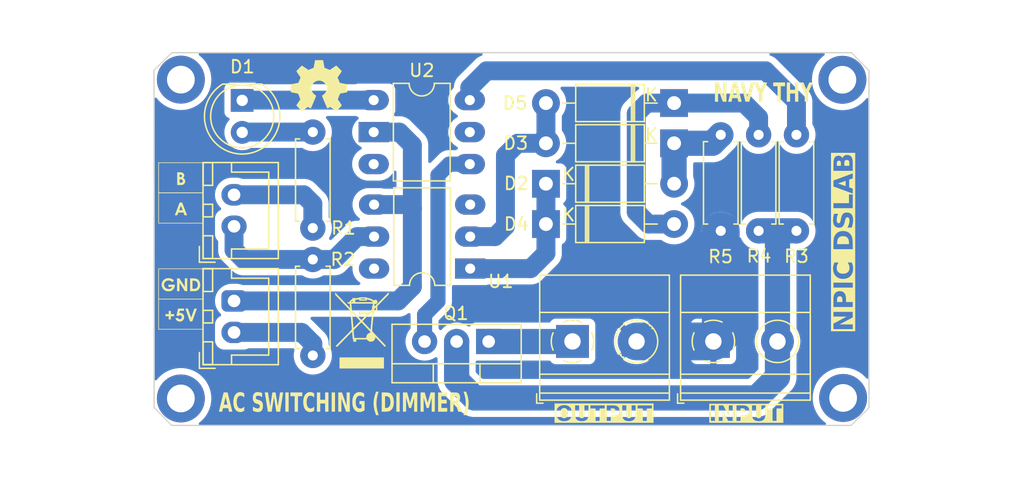
<source format=kicad_pcb>
(kicad_pcb (version 20221018) (generator pcbnew)
  (layers (0 "F.Cu" signal) (31 "B.Cu" signal) (34 "B.Paste" user) (35 "F.Paste" user) (36 "B.SilkS" user "B.Silkscreen") (37 "F.SilkS" user "F.Silkscreen") (38 "B.Mask" user) (39 "F.Mask" user) (44 "Edge.Cuts" user))
  (net 0 "")
  (net 1 "Net-(D1-Pad1)")
  (net 2 "Net-(D1-Pad2)")
  (net 3 "/C")
  (net 4 "/D")
  (net 5 "/B")
  (net 6 "/A")
  (net 7 "+5V")
  (net 8 "GND")
  (net 9 "/N")
  (net 10 "/L")
  (net 11 "Net-(Q1-Pad3)")
  (net 12 "Net-(R3-Pad1)")
  (net 17 "Net-(U1-Pad1)")
  (net 18 "Net-(U1-Pad2)")
  (net 19 "Net-(J4-Pad1)")
  (footprint "Diode_THT:D_DO-41_SOD81_P10.16mm_Horizontal" (layer "F.Cu") (at 59.35 29.15 180)
    (fp_text reference "D3" (at 12.55 0) (layer "F.SilkS"))
    (fp_text value "1N4007")
    (fp_text user "K" (at 1.81 0.66) (layer "F.SilkS"))
    (pad "1" thru_hole rect (at 0 0 180) (size 2.2 2.2) (drill 1.1) (layers "*.Cu" "*.Mask") (net 4 "/D"))
    (pad "2" thru_hole oval (at 10.16 0 180) (size 2.2 2.2) (drill 1.1) (layers "*.Cu" "*.Mask") (net 18 "Net-(U1-Pad2)"))
  )
  (footprint "Resistor_THT:R_Axial_DIN0207_L6.3mm_D2.5mm_P7.62mm_Horizontal" (layer "F.Cu") (at 66.05 28.48 -90)
    (fp_text reference "R4" (at 9.62 -0.03 180) (layer "F.SilkS"))
    (fp_text value "30K")
    (pad "1" thru_hole circle (at 0 0 270) (size 2 2) (drill 0.8) (layers "*.Cu" "*.Mask") (net 3 "/C"))
    (pad "2" thru_hole circle (at 7.62 0 270) (size 2 2) (drill 0.8) (layers "*.Cu" "*.Mask") (net 10 "/L"))
  )
  (footprint "TerminalBlock_Phoenix:TerminalBlock_Phoenix_MKDS-1,5-2-5.08_1x02_P5.08mm_Horizontal" (layer "F.Cu") (at 51.295 44.875)
    (fp_text reference "J4")
    (fp_text value "Screw_Terminal_01x02")
    (pad "1" thru_hole rect (at 0 0) (size 2.6 2.6) (drill 1.3) (layers "*.Cu" "*.Mask") (net 19 "Net-(J4-Pad1)"))
    (pad "2" thru_hole circle (at 5.08 0) (size 2.6 2.6) (drill 1.3) (layers "*.Cu" "*.Mask") (net 9 "/N"))
  )
  (footprint "Connector_JST:JST_XH_B2B-XH-A_1x02_P2.50mm_Vertical" (layer "F.Cu") (at 24.465 44.16 90)
    (fp_text reference "J2")
    (fp_text value "Conn_01x02_Male")
    (pad "1" thru_hole oval (at 0 0 90) (size 1.7 2) (drill 1) (layers "*.Cu" "*.Mask") (net 7 "+5V"))
    (pad "2" thru_hole roundrect (at 2.5 0 90) (size 1.7 2) (drill 1) (layers "*.Cu" "*.Mask") (net 8 "GND"))
  )
  (footprint "Diode_THT:D_DO-41_SOD81_P10.16mm_Horizontal" (layer "F.Cu") (at 59.35 25.96 180)
    (fp_text reference "D5" (at 12.61 0) (layer "F.SilkS"))
    (fp_text value "1N4007")
    (fp_text user "K" (at 1.81 0.65) (layer "F.SilkS"))
    (pad "1" thru_hole rect (at 0 0 180) (size 2.2 2.2) (drill 1.1) (layers "*.Cu" "*.Mask") (net 3 "/C"))
    (pad "2" thru_hole oval (at 10.16 0 180) (size 2.2 2.2) (drill 1.1) (layers "*.Cu" "*.Mask") (net 18 "Net-(U1-Pad2)"))
  )
  (footprint "Symbol:WEEE-Logo_4.2x6mm_SilkScreen" (layer "F.Cu") (at 34.6 44)
    (fp_text reference "REF**" hide)
    (fp_text value "WEEE-Logo_4.2x6mm_SilkScreen" hide)
  )
  (footprint "MountingHole:MountingHole_2.2mm_M2_DIN965_Pad" (layer "F.Cu") (at 20.25 49.4)
    (fp_text reference "REF**")
    (fp_text value "MountingHole_2.2mm_M2_DIN965_Pad")
    (pad "1" thru_hole circle (at 0 0) (size 3.8 3.8) (drill 2.2) (layers "*.Cu" "*.Mask"))
  )
  (footprint "Package_DIP:DIP-6_W7.62mm_LongPads" (layer "F.Cu") (at 43.185 39.095 180)
    (fp_text reference "U1" (at -2.425 -1.015) (layer "F.SilkS"))
    (fp_text value "4N25")
    (pad "1" thru_hole rect (at 0 0 180) (size 2.4 1.6) (drill 0.8) (layers "*.Cu" "*.Mask") (net 17 "Net-(U1-Pad1)"))
    (pad "2" thru_hole oval (at 0 2.54 180) (size 2.4 1.6) (drill 0.8) (layers "*.Cu" "*.Mask") (net 18 "Net-(U1-Pad2)"))
    (pad "3" thru_hole oval (at 0 5.08 180) (size 2.4 1.6) (drill 0.8) (layers "*.Cu" "*.Mask"))
    (pad "4" thru_hole oval (at 7.62 5.08 180) (size 2.4 1.6) (drill 0.8) (layers "*.Cu" "*.Mask") (net 8 "GND"))
    (pad "5" thru_hole oval (at 7.62 2.54 180) (size 2.4 1.6) (drill 0.8) (layers "*.Cu" "*.Mask") (net 6 "/A"))
    (pad "6" thru_hole oval (at 7.62 0 180) (size 2.4 1.6) (drill 0.8) (layers "*.Cu" "*.Mask"))
  )
  (footprint "Resistor_THT:R_Axial_DIN0207_L6.3mm_D2.5mm_P7.62mm_Horizontal" (layer "F.Cu") (at 30.71 38.37 -90)
    (fp_text reference "R2" (at 0 -2.38 180) (layer "F.SilkS"))
    (fp_text value "R")
    (pad "1" thru_hole circle (at 0 0 270) (size 2 2) (drill 0.8) (layers "*.Cu" "*.Mask") (net 6 "/A"))
    (pad "2" thru_hole circle (at 7.62 0 270) (size 2 2) (drill 0.8) (layers "*.Cu" "*.Mask") (net 7 "+5V"))
  )
  (footprint "Diode_THT:D_DO-41_SOD81_P10.16mm_Horizontal" (layer "F.Cu") (at 49.19 35.56)
    (fp_text reference "D4" (at -2.35 0) (layer "F.SilkS"))
    (fp_text value "1N4007")
    (fp_text user "K" (at 1.81 -0.72) (layer "F.SilkS"))
    (pad "1" thru_hole rect (at 0 0) (size 2.2 2.2) (drill 1.1) (layers "*.Cu" "*.Mask") (net 17 "Net-(U1-Pad1)"))
    (pad "2" thru_hole oval (at 10.16 0) (size 2.2 2.2) (drill 1.1) (layers "*.Cu" "*.Mask") (net 3 "/C"))
  )
  (footprint "LED_THT:LED_D5.0mm" (layer "F.Cu") (at 25.11 25.745 -90)
    (fp_text reference "D1" (at -2.665 -0.01) (layer "F.SilkS"))
    (fp_text value "LED")
    (pad "1" thru_hole rect (at 0 0 270) (size 1.8 1.8) (drill 0.9) (layers "*.Cu" "*.Mask") (net 1 "Net-(D1-Pad1)"))
    (pad "2" thru_hole circle (at 2.54 0 270) (size 1.8 1.8) (drill 0.9) (layers "*.Cu" "*.Mask") (net 2 "Net-(D1-Pad2)"))
  )
  (footprint "Diode_THT:D_DO-41_SOD81_P10.16mm_Horizontal" (layer "F.Cu") (at 49.19 32.36)
    (fp_text reference "D2" (at -2.35 -0.02) (layer "F.SilkS"))
    (fp_text value "1N4007")
    (fp_text user "K" (at 1.8 -0.74) (layer "F.SilkS"))
    (pad "1" thru_hole rect (at 0 0) (size 2.2 2.2) (drill 1.1) (layers "*.Cu" "*.Mask") (net 17 "Net-(U1-Pad1)"))
    (pad "2" thru_hole oval (at 10.16 0) (size 2.2 2.2) (drill 1.1) (layers "*.Cu" "*.Mask") (net 4 "/D"))
  )
  (footprint "MountingHole:MountingHole_2.2mm_M2_DIN965_Pad" (layer "F.Cu") (at 72.75 49.36)
    (fp_text reference "REF**")
    (fp_text value "MountingHole_2.2mm_M2_DIN965_Pad")
    (pad "1" thru_hole circle (at 0 0) (size 3.8 3.8) (drill 2.2) (layers "*.Cu" "*.Mask"))
  )
  (footprint "Symbol:OSHW-Logo_5.7x6mm_SilkScreen" (layer "F.Cu") (at 31.2 25.57)
    (fp_text reference "REF**" hide)
    (fp_text value "OSHW-Logo_5.7x6mm_SilkScreen" hide)
  )
  (footprint "Package_DIP:DIP-6_W7.62mm_LongPads" (layer "F.Cu") (at 35.535 25.725)
    (fp_text reference "U2" (at 3.815 -2.355) (layer "F.SilkS"))
    (fp_text value "MOC3021M")
    (pad "1" thru_hole oval (at 0 0) (size 2.4 1.6) (drill 0.8) (layers "*.Cu" "*.Mask") (net 1 "Net-(D1-Pad1)"))
    (pad "2" thru_hole rect (at 0 2.54) (size 2.4 1.6) (drill 0.8) (layers "*.Cu" "*.Mask") (net 8 "GND"))
    (pad "3" thru_hole oval (at 0 5.08) (size 2.4 1.6) (drill 0.8) (layers "*.Cu" "*.Mask"))
    (pad "4" thru_hole oval (at 7.62 5.08) (size 2.4 1.6) (drill 0.8) (layers "*.Cu" "*.Mask") (net 11 "Net-(Q1-Pad3)"))
    (pad "5" thru_hole oval (at 7.62 2.54) (size 2.4 1.6) (drill 0.8) (layers "*.Cu" "*.Mask"))
    (pad "6" thru_hole oval (at 7.62 0) (size 2.4 1.6) (drill 0.8) (layers "*.Cu" "*.Mask") (net 12 "Net-(R3-Pad1)"))
  )
  (footprint "Connector_JST:JST_XH_B2B-XH-A_1x02_P2.50mm_Vertical" (layer "F.Cu") (at 24.465 35.74 90)
    (fp_text reference "J3")
    (fp_text value "Conn_01x02_Male")
    (pad "1" thru_hole oval (at 0 0 90) (size 1.7 2) (drill 1) (layers "*.Cu" "*.Mask") (net 6 "/A"))
    (pad "2" thru_hole oval (at 2.5 0 90) (size 1.7 2) (drill 1) (layers "*.Cu" "*.Mask") (net 5 "/B"))
  )
  (footprint "Package_TO_SOT_THT:TO-220-3_Vertical" (layer "F.Cu") (at 44.65 44.885 180)
    (fp_text reference "Q1" (at 2.6 2.235) (layer "F.SilkS"))
    (fp_text value "BTA16-600B")
    (pad "1" thru_hole rect (at 0 0 180) (size 2 2) (drill 1) (layers "*.Cu" "*.Mask") (net 19 "Net-(J4-Pad1)"))
    (pad "2" thru_hole circle (at 2.54 0 180) (size 2 2) (drill 1) (layers "*.Cu" "*.Mask") (net 10 "/L"))
    (pad "3" thru_hole circle (at 5.08 0 180) (size 2 2) (drill 1) (layers "*.Cu" "*.Mask") (net 11 "Net-(Q1-Pad3)"))
  )
  (footprint "Resistor_THT:R_Axial_DIN0207_L6.3mm_D2.5mm_P7.62mm_Horizontal" (layer "F.Cu") (at 30.71 35.88 90)
    (fp_text reference "R1" (at 0 2.43 180) (layer "F.SilkS"))
    (fp_text value "R")
    (pad "1" thru_hole circle (at 0 0 90) (size 2 2) (drill 0.8) (layers "*.Cu" "*.Mask") (net 5 "/B"))
    (pad "2" thru_hole circle (at 7.62 0 90) (size 2 2) (drill 0.8) (layers "*.Cu" "*.Mask") (net 2 "Net-(D1-Pad2)"))
  )
  (footprint "MountingHole:MountingHole_2.2mm_M2_DIN965_Pad" (layer "F.Cu") (at 20.25 24.1)
    (fp_text reference "REF**")
    (fp_text value "MountingHole_2.2mm_M2_DIN965_Pad")
    (pad "1" thru_hole circle (at 0 0) (size 3.8 3.8) (drill 2.2) (layers "*.Cu" "*.Mask"))
  )
  (footprint "Resistor_THT:R_Axial_DIN0207_L6.3mm_D2.5mm_P7.62mm_Horizontal" (layer "F.Cu") (at 63.05 28.48 -90)
    (fp_text reference "R5" (at 9.67 0.02 180) (layer "F.SilkS"))
    (fp_text value "30K")
    (pad "1" thru_hole circle (at 0 0 270) (size 2 2) (drill 0.8) (layers "*.Cu" "*.Mask") (net 4 "/D"))
    (pad "2" thru_hole circle (at 7.62 0 270) (size 2 2) (drill 0.8) (layers "*.Cu" "*.Mask") (net 9 "/N"))
  )
  (footprint "Resistor_THT:R_Axial_DIN0207_L6.3mm_D2.5mm_P7.62mm_Horizontal" (layer "F.Cu") (at 69.05 28.48 -90)
    (fp_text reference "R3" (at 9.64 0 180) (layer "F.SilkS"))
    (fp_text value "R")
    (pad "1" thru_hole circle (at 0 0 270) (size 2 2) (drill 0.8) (layers "*.Cu" "*.Mask") (net 12 "Net-(R3-Pad1)"))
    (pad "2" thru_hole circle (at 7.62 0 270) (size 2 2) (drill 0.8) (layers "*.Cu" "*.Mask") (net 10 "/L"))
  )
  (footprint "MountingHole:MountingHole_2.2mm_M2_DIN965_Pad" (layer "F.Cu") (at 72.69 24.11)
    (fp_text reference "REF**")
    (fp_text value "MountingHole_2.2mm_M2_DIN965_Pad")
    (pad "1" thru_hole circle (at 0 0) (size 3.8 3.8) (drill 2.2) (layers "*.Cu" "*.Mask"))
  )
  (footprint "TerminalBlock_Phoenix:TerminalBlock_Phoenix_MKDS-1,5-2-5.08_1x02_P5.08mm_Horizontal" (layer "F.Cu") (at 62.465 44.875)
    (fp_text reference "J5")
    (fp_text value "Screw_Terminal_01x02")
    (pad "1" thru_hole rect (at 0 0) (size 2.6 2.6) (drill 1.3) (layers "*.Cu" "*.Mask") (net 9 "/N"))
    (pad "2" thru_hole circle (at 5.08 0) (size 2.6 2.6) (drill 1.3) (layers "*.Cu" "*.Mask") (net 10 "/L"))
  )
  (gr_line (start 18.12 23.35) (end 19.54 21.96) (stroke (width 0.1)) (layer "Edge.Cuts"))
  (gr_line (start 73.41 21.96) (end 74.8 23.38) (stroke (width 0.1)) (layer "Edge.Cuts"))
  (gr_line (start 73.38 51.54) (end 74.8 50.15) (stroke (width 0.1)) (layer "Edge.Cuts"))
  (gr_line (start 19.515 51.54) (end 73.38 51.54) (stroke (width 0.1)) (layer "Edge.Cuts"))
  (gr_line (start 74.8 50.15) (end 74.8 23.38) (stroke (width 0.1)) (layer "Edge.Cuts"))
  (gr_line (start 73.41 21.96) (end 19.54 21.96) (stroke (width 0.1)) (layer "Edge.Cuts"))
  (gr_line (start 18.125 50.12) (end 19.515 51.54) (stroke (width 0.1)) (layer "Edge.Cuts"))
  (gr_line (start 18.12 23.35) (end 18.125 50.12) (stroke (width 0.1)) (layer "Edge.Cuts"))
  (gr_text "OUTPUT" (at 53.76 50.68) (layer "F.SilkS" knockout) (effects (font (size 1.2 1.2) (thickness 0.25) bold)))
  (gr_text "NPIC DSLAB" (at 72.89 37.01 90) (layer "F.SilkS" knockout) (effects (font (size 1.5 1.5) (thickness 0.3) bold)))
  (gr_text "INPUT" (at 65 50.68) (layer "F.SilkS" knockout) (effects (font (size 1.2 1.2) (thickness 0.25) bold)))
  (gr_text "NAVY THY" (at 66.4 25.23) (layer "F.SilkS") (effects (font (size 1.5 1) (thickness 0.2) bold)))
  (gr_text "AC SWITCHING (DIMMER)" (at 33.22 49.83) (layer "F.SilkS") (effects (font (size 1.5 1) (thickness 0.2) bold)))
  (gr_text_box "+5V" (start 18.485 41.51) (end 22.015 43.91) (layer "F.SilkS") (effects (font (size 1 1) (thickness 0.2) bold) (justify top)) (stroke (width 0.05)))
  (gr_text_box "A" (start 18.485 33.09) (end 22.015 35.49) (layer "F.SilkS") (effects (font (size 1 1) (thickness 0.2) bold) (justify top)) (stroke (width 0.05)))
  (gr_text_box "GND" (start 18.485 39.11) (end 22.015 41.51) (layer "F.SilkS") (effects (font (size 1 1) (thickness 0.2) bold) (justify top)) (stroke (width 0.05)))
  (gr_text_box "B" (start 18.485 30.69) (end 22.015 33.09) (layer "F.SilkS") (effects (font (size 1 1) (thickness 0.2) bold) (justify top)) (stroke (width 0.05)))
  (segment (start 35.535 25.725) (end 25.13 25.725) (width 1.5) (layer "B.Cu") (net 1))
  (segment (start 25.13 25.725) (end 25.11 25.745) (width 1.2) (layer "B.Cu") (net 1))
  (segment (start 30.68 28.23) (end 30.71 28.26) (width 1.2) (layer "B.Cu") (net 2))
  (segment (start 25.135 28.26) (end 25.11 28.285) (width 1.2) (layer "B.Cu") (net 2))
  (segment (start 30.71 28.26) (end 25.135 28.26) (width 1.5) (layer "B.Cu") (net 2))
  (segment (start 56.35 34.6) (end 56.35 26.8) (width 1.5) (layer "B.Cu") (net 3))
  (segment (start 57.31 35.56) (end 56.35 34.6) (width 1.5) (layer "B.Cu") (net 3))
  (segment (start 59.35 25.96) (end 64.9 25.96) (width 1.5) (layer "B.Cu") (net 3))
  (segment (start 66.05 27.11) (end 66.05 28.48) (width 1.5) (layer "B.Cu") (net 3))
  (segment (start 64.9 25.96) (end 66.05 27.11) (width 1.5) (layer "B.Cu") (net 3))
  (segment (start 56.35 26.8) (end 57.19 25.96) (width 1.5) (layer "B.Cu") (net 3))
  (segment (start 57.19 25.96) (end 59.35 25.96) (width 1.5) (layer "B.Cu") (net 3))
  (segment (start 59.35 35.56) (end 57.31 35.56) (width 1.5) (layer "B.Cu") (net 3))
  (segment (start 62.38 29.15) (end 63.05 28.48) (width 2) (layer "B.Cu") (net 4))
  (segment (start 59.35 29.15) (end 59.35 32.36) (width 2) (layer "B.Cu") (net 4))
  (segment (start 59.35 29.15) (end 62.38 29.15) (width 2) (layer "B.Cu") (net 4))
  (segment (start 30.71 35.88) (end 30.71 33.96) (width 1.5) (layer "B.Cu") (net 5))
  (segment (start 29.99 33.24) (end 24.465 33.24) (width 1.5) (layer "B.Cu") (net 5))
  (segment (start 30.71 33.96) (end 29.99 33.24) (width 1.5) (layer "B.Cu") (net 5))
  (segment (start 35.565 36.555) (end 34.225 36.555) (width 1.5) (layer "B.Cu") (net 6))
  (segment (start 34.225 36.555) (end 32.41 38.37) (width 1.5) (layer "B.Cu") (net 6))
  (segment (start 24.465 37.615) (end 25.22 38.37) (width 1.5) (layer "B.Cu") (net 6))
  (segment (start 24.465 35.74) (end 24.465 37.615) (width 1.5) (layer "B.Cu") (net 6))
  (segment (start 32.41 38.37) (end 30.71 38.37) (width 1.5) (layer "B.Cu") (net 6))
  (segment (start 25.22 38.37) (end 30.71 38.37) (width 1.5) (layer "B.Cu") (net 6))
  (segment (start 30.71 45.05) (end 29.82 44.16) (width 1.5) (layer "B.Cu") (net 7))
  (segment (start 29.82 44.16) (end 24.465 44.16) (width 1.5) (layer "B.Cu") (net 7))
  (segment (start 30.71 45.99) (end 30.71 45.05) (width 1.5) (layer "B.Cu") (net 7))
  (segment (start 38.6 40.53) (end 37.47 41.66) (width 1.5) (layer "B.Cu") (net 8))
  (segment (start 35.535 28.265) (end 37.565 28.265) (width 1.5) (layer "B.Cu") (net 8))
  (segment (start 38.6 34.33) (end 38.6 40.53) (width 1.5) (layer "B.Cu") (net 8))
  (segment (start 38.285 34.015) (end 38.6 34.33) (width 1.5) (layer "B.Cu") (net 8))
  (segment (start 37.565 28.265) (end 38.6 29.3) (width 1.5) (layer "B.Cu") (net 8))
  (segment (start 38.6 29.3) (end 38.6 34.33) (width 1.5) (layer "B.Cu") (net 8))
  (segment (start 37.47 41.66) (end 24.465 41.66) (width 1.5) (layer "B.Cu") (net 8))
  (segment (start 35.565 34.015) (end 38.285 34.015) (width 1.5) (layer "B.Cu") (net 8))
  (segment (start 62.465 44.875) (end 56.375 44.875) (width 3) (layer "B.Cu") (net 9))
  (segment (start 63.05 44.29) (end 62.465 44.875) (width 3) (layer "B.Cu") (net 9))
  (segment (start 63.05 36.1) (end 63.05 44.29) (width 3) (layer "B.Cu") (net 9))
  (segment (start 67.545 44.875) (end 67.545 47.705) (width 2) (layer "B.Cu") (net 10))
  (segment (start 42.11 47.95) (end 42.11 44.885) (width 2) (layer "B.Cu") (net 10))
  (segment (start 65.89 49.36) (end 43.52 49.36) (width 2) (layer "B.Cu") (net 10))
  (segment (start 67.545 47.705) (end 65.89 49.36) (width 2) (layer "B.Cu") (net 10))
  (segment (start 66.05 36.1) (end 67.31 36.1) (width 2) (layer "B.Cu") (net 10))
  (segment (start 43.52 49.36) (end 42.11 47.95) (width 2) (layer "B.Cu") (net 10))
  (segment (start 67.545 44.875) (end 67.545 36.335) (width 2) (layer "B.Cu") (net 10))
  (segment (start 67.31 36.1) (end 69.05 36.1) (width 2) (layer "B.Cu") (net 10))
  (segment (start 67.545 36.335) (end 67.31 36.1) (width 2) (layer "B.Cu") (net 10))
  (segment (start 41.515 30.805) (end 40.63 31.69) (width 1.2) (layer "B.Cu") (net 11))
  (segment (start 40.63 41.69) (end 39.57 42.75) (width 1.2) (layer "B.Cu") (net 11))
  (segment (start 40.63 31.69) (end 40.63 41.69) (width 1.2) (layer "B.Cu") (net 11))
  (segment (start 43.155 30.805) (end 41.515 30.805) (width 1.2) (layer "B.Cu") (net 11))
  (segment (start 39.57 42.75) (end 39.57 44.885) (width 1.2) (layer "B.Cu") (net 11))
  (segment (start 66.6 23.4) (end 44.49 23.4) (width 1.5) (layer "B.Cu") (net 12))
  (segment (start 69.05 28.48) (end 69.05 25.85) (width 1.5) (layer "B.Cu") (net 12))
  (segment (start 44.49 23.4) (end 43.155 24.735) (width 1.5) (layer "B.Cu") (net 12))
  (segment (start 43.155 24.735) (end 43.155 25.725) (width 1.5) (layer "B.Cu") (net 12))
  (segment (start 69.05 25.85) (end 66.6 23.4) (width 1.5) (layer "B.Cu") (net 12))
  (segment (start 49.19 37.88) (end 47.975 39.095) (width 1.5) (layer "B.Cu") (net 17))
  (segment (start 47.975 39.095) (end 43.185 39.095) (width 1.5) (layer "B.Cu") (net 17))
  (segment (start 49.19 32.36) (end 49.19 35.56) (width 1.5) (layer "B.Cu") (net 17))
  (segment (start 49.19 35.56) (end 49.19 37.88) (width 1.5) (layer "B.Cu") (net 17))
  (segment (start 45.98 30.12) (end 46.95 29.15) (width 1.5) (layer "B.Cu") (net 18))
  (segment (start 45.98 35.73) (end 45.98 30.12) (width 1.5) (layer "B.Cu") (net 18))
  (segment (start 43.185 36.555) (end 45.155 36.555) (width 1.5) (layer "B.Cu") (net 18))
  (segment (start 46.95 29.15) (end 49.19 29.15) (width 1.5) (layer "B.Cu") (net 18))
  (segment (start 49.19 25.96) (end 49.19 29.15) (width 1.5) (layer "B.Cu") (net 18))
  (segment (start 45.155 36.555) (end 45.98 35.73) (width 1.5) (layer "B.Cu") (net 18))
  (segment (start 51.285 44.885) (end 51.295 44.875) (width 2) (layer "B.Cu") (net 19))
  (segment (start 44.65 44.885) (end 51.285 44.885) (width 2) (layer "B.Cu") (net 19))
  (zone (net 9) (net_name "/N") (layer "B.Cu") (connect_pads (clearance 0.508)) (min_thickness 0.25) (fill yes (thermal_gap 0.5) (thermal_bridge_width 0.5))
    (polygon (pts (xy 15.24 17.78) (xy 81.28 17.78) (xy 81.28 55.88) (xy 15.24 55.88)))
  )
)
</source>
